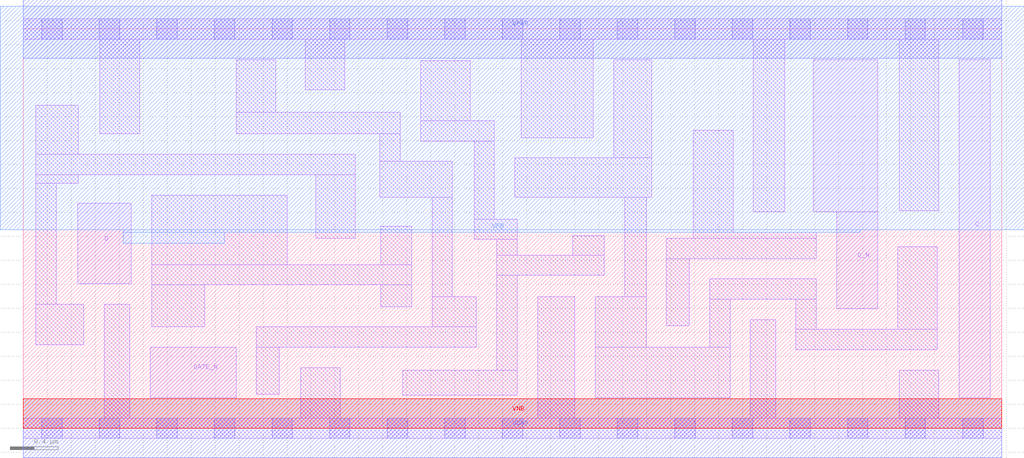
<source format=lef>
# Copyright 2020 The SkyWater PDK Authors
#
# Licensed under the Apache License, Version 2.0 (the "License");
# you may not use this file except in compliance with the License.
# You may obtain a copy of the License at
#
#     https://www.apache.org/licenses/LICENSE-2.0
#
# Unless required by applicable law or agreed to in writing, software
# distributed under the License is distributed on an "AS IS" BASIS,
# WITHOUT WARRANTIES OR CONDITIONS OF ANY KIND, either express or implied.
# See the License for the specific language governing permissions and
# limitations under the License.
#
# SPDX-License-Identifier: Apache-2.0

VERSION 5.7 ;
  NOWIREEXTENSIONATPIN ON ;
  DIVIDERCHAR "/" ;
  BUSBITCHARS "[]" ;
MACRO sky130_fd_sc_lp__dlxbn_1
  CLASS CORE ;
  FOREIGN sky130_fd_sc_lp__dlxbn_1 ;
  ORIGIN  0.000000  0.000000 ;
  SIZE  8.160000 BY  3.330000 ;
  SYMMETRY X Y R90 ;
  SITE unit ;
  PIN D
    ANTENNAGATEAREA  0.159000 ;
    DIRECTION INPUT ;
    USE SIGNAL ;
    PORT
      LAYER li1 ;
        RECT 0.455000 1.205000 0.900000 1.875000 ;
    END
  END D
  PIN Q
    ANTENNADIFFAREA  0.556500 ;
    DIRECTION OUTPUT ;
    USE SIGNAL ;
    PORT
      LAYER li1 ;
        RECT 7.805000 0.255000 8.065000 3.075000 ;
    END
  END Q
  PIN Q_N
    ANTENNADIFFAREA  0.556500 ;
    DIRECTION OUTPUT ;
    USE SIGNAL ;
    PORT
      LAYER li1 ;
        RECT 6.590000 1.805000 7.125000 3.075000 ;
        RECT 6.785000 0.995000 7.125000 1.805000 ;
    END
  END Q_N
  PIN GATE_N
    ANTENNAGATEAREA  0.159000 ;
    DIRECTION INPUT ;
    USE CLOCK ;
    PORT
      LAYER li1 ;
        RECT 1.060000 0.255000 1.775000 0.675000 ;
    END
  END GATE_N
  PIN VGND
    DIRECTION INOUT ;
    USE GROUND ;
    PORT
      LAYER met1 ;
        RECT 0.000000 -0.245000 8.160000 0.245000 ;
    END
  END VGND
  PIN VNB
    DIRECTION INOUT ;
    USE GROUND ;
    PORT
      LAYER pwell ;
        RECT 0.000000 0.000000 8.160000 0.245000 ;
    END
  END VNB
  PIN VPB
    DIRECTION INOUT ;
    USE POWER ;
    PORT
      LAYER nwell ;
        RECT -0.190000 1.655000 8.350000 3.520000 ;
        RECT  0.835000 1.545000 1.675000 1.635000 ;
        RECT  0.835000 1.635000 6.980000 1.655000 ;
    END
  END VPB
  PIN VPWR
    DIRECTION INOUT ;
    USE POWER ;
    PORT
      LAYER met1 ;
        RECT 0.000000 3.085000 8.160000 3.575000 ;
    END
  END VPWR
  OBS
    LAYER li1 ;
      RECT 0.000000 -0.085000 8.160000 0.085000 ;
      RECT 0.000000  3.245000 8.160000 3.415000 ;
      RECT 0.105000  0.695000 0.505000 1.035000 ;
      RECT 0.105000  1.035000 0.275000 2.045000 ;
      RECT 0.105000  2.045000 0.460000 2.115000 ;
      RECT 0.105000  2.115000 2.770000 2.285000 ;
      RECT 0.105000  2.285000 0.460000 2.695000 ;
      RECT 0.640000  2.455000 0.970000 3.245000 ;
      RECT 0.675000  0.085000 0.890000 1.035000 ;
      RECT 1.070000  0.845000 1.515000 1.195000 ;
      RECT 1.070000  1.195000 3.240000 1.365000 ;
      RECT 1.070000  1.365000 2.200000 1.945000 ;
      RECT 1.775000  2.455000 3.145000 2.635000 ;
      RECT 1.775000  2.635000 2.105000 3.075000 ;
      RECT 1.945000  0.285000 2.135000 0.675000 ;
      RECT 1.945000  0.675000 3.780000 0.845000 ;
      RECT 2.315000  0.085000 2.645000 0.505000 ;
      RECT 2.350000  2.825000 2.680000 3.245000 ;
      RECT 2.440000  1.585000 2.770000 2.115000 ;
      RECT 2.975000  1.925000 3.580000 2.225000 ;
      RECT 2.975000  2.225000 3.145000 2.455000 ;
      RECT 2.980000  1.015000 3.240000 1.195000 ;
      RECT 2.980000  1.365000 3.240000 1.685000 ;
      RECT 3.165000  0.275000 4.120000 0.485000 ;
      RECT 3.315000  2.395000 3.930000 2.565000 ;
      RECT 3.315000  2.565000 3.730000 3.065000 ;
      RECT 3.410000  0.845000 3.780000 1.095000 ;
      RECT 3.410000  1.095000 3.580000 1.925000 ;
      RECT 3.760000  1.575000 4.120000 1.745000 ;
      RECT 3.760000  1.745000 3.930000 2.395000 ;
      RECT 3.950000  0.485000 4.120000 1.275000 ;
      RECT 3.950000  1.275000 4.845000 1.445000 ;
      RECT 3.950000  1.445000 4.120000 1.575000 ;
      RECT 4.100000  1.925000 5.240000 2.255000 ;
      RECT 4.155000  2.425000 4.755000 3.245000 ;
      RECT 4.290000  0.085000 4.600000 1.095000 ;
      RECT 4.585000  1.445000 4.845000 1.605000 ;
      RECT 4.770000  0.255000 5.895000 0.675000 ;
      RECT 4.770000  0.675000 5.195000 1.095000 ;
      RECT 4.925000  2.255000 5.240000 3.075000 ;
      RECT 5.015000  1.095000 5.195000 1.925000 ;
      RECT 5.365000  0.855000 5.555000 1.415000 ;
      RECT 5.365000  1.415000 6.615000 1.585000 ;
      RECT 5.590000  1.585000 6.615000 1.635000 ;
      RECT 5.590000  1.635000 5.920000 2.485000 ;
      RECT 5.725000  0.675000 5.895000 1.075000 ;
      RECT 5.725000  1.075000 6.615000 1.245000 ;
      RECT 6.065000  0.085000 6.275000 0.905000 ;
      RECT 6.090000  1.805000 6.350000 3.245000 ;
      RECT 6.445000  0.655000 7.625000 0.825000 ;
      RECT 6.445000  0.825000 6.615000 1.075000 ;
      RECT 7.295000  0.825000 7.625000 1.515000 ;
      RECT 7.305000  0.085000 7.635000 0.485000 ;
      RECT 7.305000  1.815000 7.635000 3.245000 ;
    LAYER mcon ;
      RECT 0.155000 -0.085000 0.325000 0.085000 ;
      RECT 0.155000  3.245000 0.325000 3.415000 ;
      RECT 0.635000 -0.085000 0.805000 0.085000 ;
      RECT 0.635000  3.245000 0.805000 3.415000 ;
      RECT 1.115000 -0.085000 1.285000 0.085000 ;
      RECT 1.115000  3.245000 1.285000 3.415000 ;
      RECT 1.595000 -0.085000 1.765000 0.085000 ;
      RECT 1.595000  3.245000 1.765000 3.415000 ;
      RECT 2.075000 -0.085000 2.245000 0.085000 ;
      RECT 2.075000  3.245000 2.245000 3.415000 ;
      RECT 2.555000 -0.085000 2.725000 0.085000 ;
      RECT 2.555000  3.245000 2.725000 3.415000 ;
      RECT 3.035000 -0.085000 3.205000 0.085000 ;
      RECT 3.035000  3.245000 3.205000 3.415000 ;
      RECT 3.515000 -0.085000 3.685000 0.085000 ;
      RECT 3.515000  3.245000 3.685000 3.415000 ;
      RECT 3.995000 -0.085000 4.165000 0.085000 ;
      RECT 3.995000  3.245000 4.165000 3.415000 ;
      RECT 4.475000 -0.085000 4.645000 0.085000 ;
      RECT 4.475000  3.245000 4.645000 3.415000 ;
      RECT 4.955000 -0.085000 5.125000 0.085000 ;
      RECT 4.955000  3.245000 5.125000 3.415000 ;
      RECT 5.435000 -0.085000 5.605000 0.085000 ;
      RECT 5.435000  3.245000 5.605000 3.415000 ;
      RECT 5.915000 -0.085000 6.085000 0.085000 ;
      RECT 5.915000  3.245000 6.085000 3.415000 ;
      RECT 6.395000 -0.085000 6.565000 0.085000 ;
      RECT 6.395000  3.245000 6.565000 3.415000 ;
      RECT 6.875000 -0.085000 7.045000 0.085000 ;
      RECT 6.875000  3.245000 7.045000 3.415000 ;
      RECT 7.355000 -0.085000 7.525000 0.085000 ;
      RECT 7.355000  3.245000 7.525000 3.415000 ;
      RECT 7.835000 -0.085000 8.005000 0.085000 ;
      RECT 7.835000  3.245000 8.005000 3.415000 ;
  END
END sky130_fd_sc_lp__dlxbn_1
END LIBRARY

</source>
